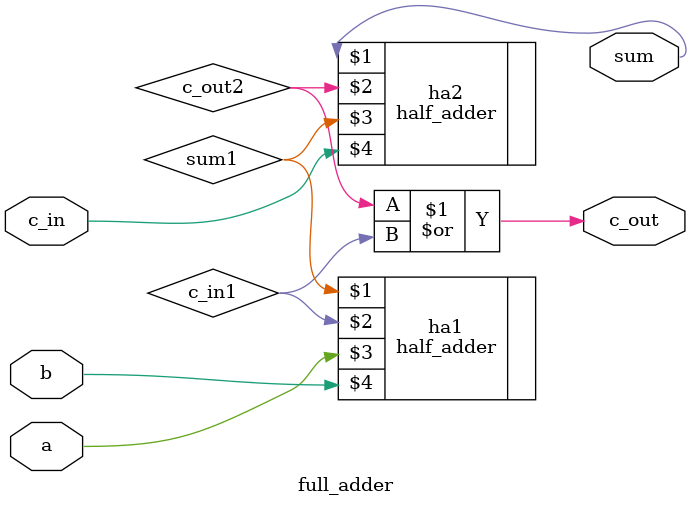
<source format=v>
`timescale 1ns / 1ps


module full_adder(
    output sum,
    output c_out,   // carry out
    input a,
    input b,
    input c_in);    // carry in

wire sum1;
wire c_in1;
wire c_out2;
    half_adder ha1(sum1,c_in1,a,b);
    half_adder ha2(sum,c_out2,sum1,c_in);
    or(c_out,c_out2,c_in1);
endmodule

</source>
